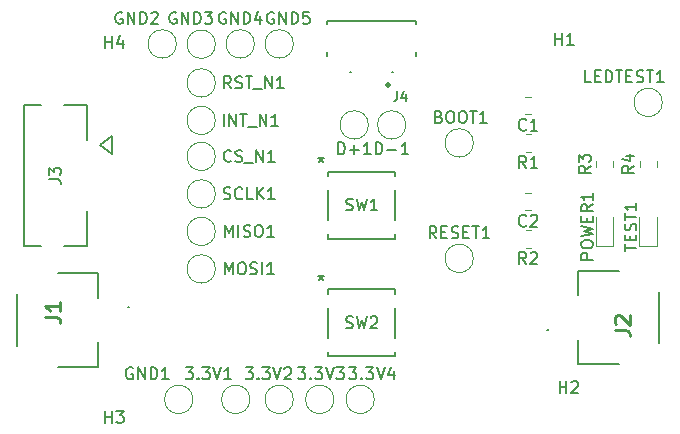
<source format=gto>
%TF.GenerationSoftware,KiCad,Pcbnew,8.0.0*%
%TF.CreationDate,2024-03-04T00:58:34-06:00*%
%TF.ProjectId,MicrocontrollerUnitBoard,4d696372-6f63-46f6-9e74-726f6c6c6572,rev?*%
%TF.SameCoordinates,Original*%
%TF.FileFunction,Legend,Top*%
%TF.FilePolarity,Positive*%
%FSLAX46Y46*%
G04 Gerber Fmt 4.6, Leading zero omitted, Abs format (unit mm)*
G04 Created by KiCad (PCBNEW 8.0.0) date 2024-03-04 00:58:34*
%MOMM*%
%LPD*%
G01*
G04 APERTURE LIST*
%ADD10C,0.150000*%
%ADD11C,0.254000*%
%ADD12C,0.120000*%
%ADD13C,0.200000*%
%ADD14C,0.152400*%
%ADD15C,0.127000*%
%ADD16C,0.300000*%
G04 APERTURE END LIST*
D10*
X123983904Y-82306438D02*
X123888666Y-82258819D01*
X123888666Y-82258819D02*
X123745809Y-82258819D01*
X123745809Y-82258819D02*
X123602952Y-82306438D01*
X123602952Y-82306438D02*
X123507714Y-82401676D01*
X123507714Y-82401676D02*
X123460095Y-82496914D01*
X123460095Y-82496914D02*
X123412476Y-82687390D01*
X123412476Y-82687390D02*
X123412476Y-82830247D01*
X123412476Y-82830247D02*
X123460095Y-83020723D01*
X123460095Y-83020723D02*
X123507714Y-83115961D01*
X123507714Y-83115961D02*
X123602952Y-83211200D01*
X123602952Y-83211200D02*
X123745809Y-83258819D01*
X123745809Y-83258819D02*
X123841047Y-83258819D01*
X123841047Y-83258819D02*
X123983904Y-83211200D01*
X123983904Y-83211200D02*
X124031523Y-83163580D01*
X124031523Y-83163580D02*
X124031523Y-82830247D01*
X124031523Y-82830247D02*
X123841047Y-82830247D01*
X124460095Y-83258819D02*
X124460095Y-82258819D01*
X124460095Y-82258819D02*
X125031523Y-83258819D01*
X125031523Y-83258819D02*
X125031523Y-82258819D01*
X125507714Y-83258819D02*
X125507714Y-82258819D01*
X125507714Y-82258819D02*
X125745809Y-82258819D01*
X125745809Y-82258819D02*
X125888666Y-82306438D01*
X125888666Y-82306438D02*
X125983904Y-82401676D01*
X125983904Y-82401676D02*
X126031523Y-82496914D01*
X126031523Y-82496914D02*
X126079142Y-82687390D01*
X126079142Y-82687390D02*
X126079142Y-82830247D01*
X126079142Y-82830247D02*
X126031523Y-83020723D01*
X126031523Y-83020723D02*
X125983904Y-83115961D01*
X125983904Y-83115961D02*
X125888666Y-83211200D01*
X125888666Y-83211200D02*
X125745809Y-83258819D01*
X125745809Y-83258819D02*
X125507714Y-83258819D01*
X126983904Y-82258819D02*
X126507714Y-82258819D01*
X126507714Y-82258819D02*
X126460095Y-82735009D01*
X126460095Y-82735009D02*
X126507714Y-82687390D01*
X126507714Y-82687390D02*
X126602952Y-82639771D01*
X126602952Y-82639771D02*
X126841047Y-82639771D01*
X126841047Y-82639771D02*
X126936285Y-82687390D01*
X126936285Y-82687390D02*
X126983904Y-82735009D01*
X126983904Y-82735009D02*
X127031523Y-82830247D01*
X127031523Y-82830247D02*
X127031523Y-83068342D01*
X127031523Y-83068342D02*
X126983904Y-83163580D01*
X126983904Y-83163580D02*
X126936285Y-83211200D01*
X126936285Y-83211200D02*
X126841047Y-83258819D01*
X126841047Y-83258819D02*
X126602952Y-83258819D01*
X126602952Y-83258819D02*
X126507714Y-83211200D01*
X126507714Y-83211200D02*
X126460095Y-83163580D01*
X120372428Y-88719819D02*
X120039095Y-88243628D01*
X119801000Y-88719819D02*
X119801000Y-87719819D01*
X119801000Y-87719819D02*
X120181952Y-87719819D01*
X120181952Y-87719819D02*
X120277190Y-87767438D01*
X120277190Y-87767438D02*
X120324809Y-87815057D01*
X120324809Y-87815057D02*
X120372428Y-87910295D01*
X120372428Y-87910295D02*
X120372428Y-88053152D01*
X120372428Y-88053152D02*
X120324809Y-88148390D01*
X120324809Y-88148390D02*
X120277190Y-88196009D01*
X120277190Y-88196009D02*
X120181952Y-88243628D01*
X120181952Y-88243628D02*
X119801000Y-88243628D01*
X120753381Y-88672200D02*
X120896238Y-88719819D01*
X120896238Y-88719819D02*
X121134333Y-88719819D01*
X121134333Y-88719819D02*
X121229571Y-88672200D01*
X121229571Y-88672200D02*
X121277190Y-88624580D01*
X121277190Y-88624580D02*
X121324809Y-88529342D01*
X121324809Y-88529342D02*
X121324809Y-88434104D01*
X121324809Y-88434104D02*
X121277190Y-88338866D01*
X121277190Y-88338866D02*
X121229571Y-88291247D01*
X121229571Y-88291247D02*
X121134333Y-88243628D01*
X121134333Y-88243628D02*
X120943857Y-88196009D01*
X120943857Y-88196009D02*
X120848619Y-88148390D01*
X120848619Y-88148390D02*
X120801000Y-88100771D01*
X120801000Y-88100771D02*
X120753381Y-88005533D01*
X120753381Y-88005533D02*
X120753381Y-87910295D01*
X120753381Y-87910295D02*
X120801000Y-87815057D01*
X120801000Y-87815057D02*
X120848619Y-87767438D01*
X120848619Y-87767438D02*
X120943857Y-87719819D01*
X120943857Y-87719819D02*
X121181952Y-87719819D01*
X121181952Y-87719819D02*
X121324809Y-87767438D01*
X121610524Y-87719819D02*
X122181952Y-87719819D01*
X121896238Y-88719819D02*
X121896238Y-87719819D01*
X122277191Y-88815057D02*
X123039095Y-88815057D01*
X123277191Y-88719819D02*
X123277191Y-87719819D01*
X123277191Y-87719819D02*
X123848619Y-88719819D01*
X123848619Y-88719819D02*
X123848619Y-87719819D01*
X124848619Y-88719819D02*
X124277191Y-88719819D01*
X124562905Y-88719819D02*
X124562905Y-87719819D01*
X124562905Y-87719819D02*
X124467667Y-87862676D01*
X124467667Y-87862676D02*
X124372429Y-87957914D01*
X124372429Y-87957914D02*
X124277191Y-88005533D01*
X119761286Y-91894819D02*
X119761286Y-90894819D01*
X120237476Y-91894819D02*
X120237476Y-90894819D01*
X120237476Y-90894819D02*
X120808904Y-91894819D01*
X120808904Y-91894819D02*
X120808904Y-90894819D01*
X121142238Y-90894819D02*
X121713666Y-90894819D01*
X121427952Y-91894819D02*
X121427952Y-90894819D01*
X121808905Y-91990057D02*
X122570809Y-91990057D01*
X122808905Y-91894819D02*
X122808905Y-90894819D01*
X122808905Y-90894819D02*
X123380333Y-91894819D01*
X123380333Y-91894819D02*
X123380333Y-90894819D01*
X124380333Y-91894819D02*
X123808905Y-91894819D01*
X124094619Y-91894819D02*
X124094619Y-90894819D01*
X124094619Y-90894819D02*
X123999381Y-91037676D01*
X123999381Y-91037676D02*
X123904143Y-91132914D01*
X123904143Y-91132914D02*
X123808905Y-91180533D01*
X112045904Y-112405438D02*
X111950666Y-112357819D01*
X111950666Y-112357819D02*
X111807809Y-112357819D01*
X111807809Y-112357819D02*
X111664952Y-112405438D01*
X111664952Y-112405438D02*
X111569714Y-112500676D01*
X111569714Y-112500676D02*
X111522095Y-112595914D01*
X111522095Y-112595914D02*
X111474476Y-112786390D01*
X111474476Y-112786390D02*
X111474476Y-112929247D01*
X111474476Y-112929247D02*
X111522095Y-113119723D01*
X111522095Y-113119723D02*
X111569714Y-113214961D01*
X111569714Y-113214961D02*
X111664952Y-113310200D01*
X111664952Y-113310200D02*
X111807809Y-113357819D01*
X111807809Y-113357819D02*
X111903047Y-113357819D01*
X111903047Y-113357819D02*
X112045904Y-113310200D01*
X112045904Y-113310200D02*
X112093523Y-113262580D01*
X112093523Y-113262580D02*
X112093523Y-112929247D01*
X112093523Y-112929247D02*
X111903047Y-112929247D01*
X112522095Y-113357819D02*
X112522095Y-112357819D01*
X112522095Y-112357819D02*
X113093523Y-113357819D01*
X113093523Y-113357819D02*
X113093523Y-112357819D01*
X113569714Y-113357819D02*
X113569714Y-112357819D01*
X113569714Y-112357819D02*
X113807809Y-112357819D01*
X113807809Y-112357819D02*
X113950666Y-112405438D01*
X113950666Y-112405438D02*
X114045904Y-112500676D01*
X114045904Y-112500676D02*
X114093523Y-112595914D01*
X114093523Y-112595914D02*
X114141142Y-112786390D01*
X114141142Y-112786390D02*
X114141142Y-112929247D01*
X114141142Y-112929247D02*
X114093523Y-113119723D01*
X114093523Y-113119723D02*
X114045904Y-113214961D01*
X114045904Y-113214961D02*
X113950666Y-113310200D01*
X113950666Y-113310200D02*
X113807809Y-113357819D01*
X113807809Y-113357819D02*
X113569714Y-113357819D01*
X115093523Y-113357819D02*
X114522095Y-113357819D01*
X114807809Y-113357819D02*
X114807809Y-112357819D01*
X114807809Y-112357819D02*
X114712571Y-112500676D01*
X114712571Y-112500676D02*
X114617333Y-112595914D01*
X114617333Y-112595914D02*
X114522095Y-112643533D01*
X116538619Y-112357819D02*
X117157666Y-112357819D01*
X117157666Y-112357819D02*
X116824333Y-112738771D01*
X116824333Y-112738771D02*
X116967190Y-112738771D01*
X116967190Y-112738771D02*
X117062428Y-112786390D01*
X117062428Y-112786390D02*
X117110047Y-112834009D01*
X117110047Y-112834009D02*
X117157666Y-112929247D01*
X117157666Y-112929247D02*
X117157666Y-113167342D01*
X117157666Y-113167342D02*
X117110047Y-113262580D01*
X117110047Y-113262580D02*
X117062428Y-113310200D01*
X117062428Y-113310200D02*
X116967190Y-113357819D01*
X116967190Y-113357819D02*
X116681476Y-113357819D01*
X116681476Y-113357819D02*
X116586238Y-113310200D01*
X116586238Y-113310200D02*
X116538619Y-113262580D01*
X117586238Y-113262580D02*
X117633857Y-113310200D01*
X117633857Y-113310200D02*
X117586238Y-113357819D01*
X117586238Y-113357819D02*
X117538619Y-113310200D01*
X117538619Y-113310200D02*
X117586238Y-113262580D01*
X117586238Y-113262580D02*
X117586238Y-113357819D01*
X117967190Y-112357819D02*
X118586237Y-112357819D01*
X118586237Y-112357819D02*
X118252904Y-112738771D01*
X118252904Y-112738771D02*
X118395761Y-112738771D01*
X118395761Y-112738771D02*
X118490999Y-112786390D01*
X118490999Y-112786390D02*
X118538618Y-112834009D01*
X118538618Y-112834009D02*
X118586237Y-112929247D01*
X118586237Y-112929247D02*
X118586237Y-113167342D01*
X118586237Y-113167342D02*
X118538618Y-113262580D01*
X118538618Y-113262580D02*
X118490999Y-113310200D01*
X118490999Y-113310200D02*
X118395761Y-113357819D01*
X118395761Y-113357819D02*
X118110047Y-113357819D01*
X118110047Y-113357819D02*
X118014809Y-113310200D01*
X118014809Y-113310200D02*
X117967190Y-113262580D01*
X118871952Y-112357819D02*
X119205285Y-113357819D01*
X119205285Y-113357819D02*
X119538618Y-112357819D01*
X120395761Y-113357819D02*
X119824333Y-113357819D01*
X120110047Y-113357819D02*
X120110047Y-112357819D01*
X120110047Y-112357819D02*
X120014809Y-112500676D01*
X120014809Y-112500676D02*
X119919571Y-112595914D01*
X119919571Y-112595914D02*
X119824333Y-112643533D01*
X109728095Y-85290819D02*
X109728095Y-84290819D01*
X109728095Y-84767009D02*
X110299523Y-84767009D01*
X110299523Y-85290819D02*
X110299523Y-84290819D01*
X111204285Y-84624152D02*
X111204285Y-85290819D01*
X110966190Y-84243200D02*
X110728095Y-84957485D01*
X110728095Y-84957485D02*
X111347142Y-84957485D01*
X137771428Y-101419819D02*
X137438095Y-100943628D01*
X137200000Y-101419819D02*
X137200000Y-100419819D01*
X137200000Y-100419819D02*
X137580952Y-100419819D01*
X137580952Y-100419819D02*
X137676190Y-100467438D01*
X137676190Y-100467438D02*
X137723809Y-100515057D01*
X137723809Y-100515057D02*
X137771428Y-100610295D01*
X137771428Y-100610295D02*
X137771428Y-100753152D01*
X137771428Y-100753152D02*
X137723809Y-100848390D01*
X137723809Y-100848390D02*
X137676190Y-100896009D01*
X137676190Y-100896009D02*
X137580952Y-100943628D01*
X137580952Y-100943628D02*
X137200000Y-100943628D01*
X138200000Y-100896009D02*
X138533333Y-100896009D01*
X138676190Y-101419819D02*
X138200000Y-101419819D01*
X138200000Y-101419819D02*
X138200000Y-100419819D01*
X138200000Y-100419819D02*
X138676190Y-100419819D01*
X139057143Y-101372200D02*
X139200000Y-101419819D01*
X139200000Y-101419819D02*
X139438095Y-101419819D01*
X139438095Y-101419819D02*
X139533333Y-101372200D01*
X139533333Y-101372200D02*
X139580952Y-101324580D01*
X139580952Y-101324580D02*
X139628571Y-101229342D01*
X139628571Y-101229342D02*
X139628571Y-101134104D01*
X139628571Y-101134104D02*
X139580952Y-101038866D01*
X139580952Y-101038866D02*
X139533333Y-100991247D01*
X139533333Y-100991247D02*
X139438095Y-100943628D01*
X139438095Y-100943628D02*
X139247619Y-100896009D01*
X139247619Y-100896009D02*
X139152381Y-100848390D01*
X139152381Y-100848390D02*
X139104762Y-100800771D01*
X139104762Y-100800771D02*
X139057143Y-100705533D01*
X139057143Y-100705533D02*
X139057143Y-100610295D01*
X139057143Y-100610295D02*
X139104762Y-100515057D01*
X139104762Y-100515057D02*
X139152381Y-100467438D01*
X139152381Y-100467438D02*
X139247619Y-100419819D01*
X139247619Y-100419819D02*
X139485714Y-100419819D01*
X139485714Y-100419819D02*
X139628571Y-100467438D01*
X140057143Y-100896009D02*
X140390476Y-100896009D01*
X140533333Y-101419819D02*
X140057143Y-101419819D01*
X140057143Y-101419819D02*
X140057143Y-100419819D01*
X140057143Y-100419819D02*
X140533333Y-100419819D01*
X140819048Y-100419819D02*
X141390476Y-100419819D01*
X141104762Y-101419819D02*
X141104762Y-100419819D01*
X142247619Y-101419819D02*
X141676191Y-101419819D01*
X141961905Y-101419819D02*
X141961905Y-100419819D01*
X141961905Y-100419819D02*
X141866667Y-100562676D01*
X141866667Y-100562676D02*
X141771429Y-100657914D01*
X141771429Y-100657914D02*
X141676191Y-100705533D01*
X153704319Y-102505928D02*
X153704319Y-101934500D01*
X154704319Y-102220214D02*
X153704319Y-102220214D01*
X154180509Y-101601166D02*
X154180509Y-101267833D01*
X154704319Y-101124976D02*
X154704319Y-101601166D01*
X154704319Y-101601166D02*
X153704319Y-101601166D01*
X153704319Y-101601166D02*
X153704319Y-101124976D01*
X154656700Y-100744023D02*
X154704319Y-100601166D01*
X154704319Y-100601166D02*
X154704319Y-100363071D01*
X154704319Y-100363071D02*
X154656700Y-100267833D01*
X154656700Y-100267833D02*
X154609080Y-100220214D01*
X154609080Y-100220214D02*
X154513842Y-100172595D01*
X154513842Y-100172595D02*
X154418604Y-100172595D01*
X154418604Y-100172595D02*
X154323366Y-100220214D01*
X154323366Y-100220214D02*
X154275747Y-100267833D01*
X154275747Y-100267833D02*
X154228128Y-100363071D01*
X154228128Y-100363071D02*
X154180509Y-100553547D01*
X154180509Y-100553547D02*
X154132890Y-100648785D01*
X154132890Y-100648785D02*
X154085271Y-100696404D01*
X154085271Y-100696404D02*
X153990033Y-100744023D01*
X153990033Y-100744023D02*
X153894795Y-100744023D01*
X153894795Y-100744023D02*
X153799557Y-100696404D01*
X153799557Y-100696404D02*
X153751938Y-100648785D01*
X153751938Y-100648785D02*
X153704319Y-100553547D01*
X153704319Y-100553547D02*
X153704319Y-100315452D01*
X153704319Y-100315452D02*
X153751938Y-100172595D01*
X153704319Y-99886880D02*
X153704319Y-99315452D01*
X154704319Y-99601166D02*
X153704319Y-99601166D01*
X154704319Y-98458309D02*
X154704319Y-99029737D01*
X154704319Y-98744023D02*
X153704319Y-98744023D01*
X153704319Y-98744023D02*
X153847176Y-98839261D01*
X153847176Y-98839261D02*
X153942414Y-98934499D01*
X153942414Y-98934499D02*
X153990033Y-99029737D01*
D11*
X152869318Y-109210332D02*
X153776461Y-109210332D01*
X153776461Y-109210332D02*
X153957889Y-109270809D01*
X153957889Y-109270809D02*
X154078842Y-109391761D01*
X154078842Y-109391761D02*
X154139318Y-109573190D01*
X154139318Y-109573190D02*
X154139318Y-109694142D01*
X152990270Y-108666047D02*
X152929794Y-108605571D01*
X152929794Y-108605571D02*
X152869318Y-108484618D01*
X152869318Y-108484618D02*
X152869318Y-108182237D01*
X152869318Y-108182237D02*
X152929794Y-108061285D01*
X152929794Y-108061285D02*
X152990270Y-108000809D01*
X152990270Y-108000809D02*
X153111222Y-107940332D01*
X153111222Y-107940332D02*
X153232175Y-107940332D01*
X153232175Y-107940332D02*
X153413603Y-108000809D01*
X153413603Y-108000809D02*
X154139318Y-108726523D01*
X154139318Y-108726523D02*
X154139318Y-107940332D01*
D10*
X115728904Y-82306438D02*
X115633666Y-82258819D01*
X115633666Y-82258819D02*
X115490809Y-82258819D01*
X115490809Y-82258819D02*
X115347952Y-82306438D01*
X115347952Y-82306438D02*
X115252714Y-82401676D01*
X115252714Y-82401676D02*
X115205095Y-82496914D01*
X115205095Y-82496914D02*
X115157476Y-82687390D01*
X115157476Y-82687390D02*
X115157476Y-82830247D01*
X115157476Y-82830247D02*
X115205095Y-83020723D01*
X115205095Y-83020723D02*
X115252714Y-83115961D01*
X115252714Y-83115961D02*
X115347952Y-83211200D01*
X115347952Y-83211200D02*
X115490809Y-83258819D01*
X115490809Y-83258819D02*
X115586047Y-83258819D01*
X115586047Y-83258819D02*
X115728904Y-83211200D01*
X115728904Y-83211200D02*
X115776523Y-83163580D01*
X115776523Y-83163580D02*
X115776523Y-82830247D01*
X115776523Y-82830247D02*
X115586047Y-82830247D01*
X116205095Y-83258819D02*
X116205095Y-82258819D01*
X116205095Y-82258819D02*
X116776523Y-83258819D01*
X116776523Y-83258819D02*
X116776523Y-82258819D01*
X117252714Y-83258819D02*
X117252714Y-82258819D01*
X117252714Y-82258819D02*
X117490809Y-82258819D01*
X117490809Y-82258819D02*
X117633666Y-82306438D01*
X117633666Y-82306438D02*
X117728904Y-82401676D01*
X117728904Y-82401676D02*
X117776523Y-82496914D01*
X117776523Y-82496914D02*
X117824142Y-82687390D01*
X117824142Y-82687390D02*
X117824142Y-82830247D01*
X117824142Y-82830247D02*
X117776523Y-83020723D01*
X117776523Y-83020723D02*
X117728904Y-83115961D01*
X117728904Y-83115961D02*
X117633666Y-83211200D01*
X117633666Y-83211200D02*
X117490809Y-83258819D01*
X117490809Y-83258819D02*
X117252714Y-83258819D01*
X118157476Y-82258819D02*
X118776523Y-82258819D01*
X118776523Y-82258819D02*
X118443190Y-82639771D01*
X118443190Y-82639771D02*
X118586047Y-82639771D01*
X118586047Y-82639771D02*
X118681285Y-82687390D01*
X118681285Y-82687390D02*
X118728904Y-82735009D01*
X118728904Y-82735009D02*
X118776523Y-82830247D01*
X118776523Y-82830247D02*
X118776523Y-83068342D01*
X118776523Y-83068342D02*
X118728904Y-83163580D01*
X118728904Y-83163580D02*
X118681285Y-83211200D01*
X118681285Y-83211200D02*
X118586047Y-83258819D01*
X118586047Y-83258819D02*
X118300333Y-83258819D01*
X118300333Y-83258819D02*
X118205095Y-83211200D01*
X118205095Y-83211200D02*
X118157476Y-83163580D01*
X132627857Y-94307819D02*
X132627857Y-93307819D01*
X132627857Y-93307819D02*
X132865952Y-93307819D01*
X132865952Y-93307819D02*
X133008809Y-93355438D01*
X133008809Y-93355438D02*
X133104047Y-93450676D01*
X133104047Y-93450676D02*
X133151666Y-93545914D01*
X133151666Y-93545914D02*
X133199285Y-93736390D01*
X133199285Y-93736390D02*
X133199285Y-93879247D01*
X133199285Y-93879247D02*
X133151666Y-94069723D01*
X133151666Y-94069723D02*
X133104047Y-94164961D01*
X133104047Y-94164961D02*
X133008809Y-94260200D01*
X133008809Y-94260200D02*
X132865952Y-94307819D01*
X132865952Y-94307819D02*
X132627857Y-94307819D01*
X133627857Y-93926866D02*
X134389762Y-93926866D01*
X135389761Y-94307819D02*
X134818333Y-94307819D01*
X135104047Y-94307819D02*
X135104047Y-93307819D01*
X135104047Y-93307819D02*
X135008809Y-93450676D01*
X135008809Y-93450676D02*
X134913571Y-93545914D01*
X134913571Y-93545914D02*
X134818333Y-93593533D01*
X145375333Y-100337580D02*
X145327714Y-100385200D01*
X145327714Y-100385200D02*
X145184857Y-100432819D01*
X145184857Y-100432819D02*
X145089619Y-100432819D01*
X145089619Y-100432819D02*
X144946762Y-100385200D01*
X144946762Y-100385200D02*
X144851524Y-100289961D01*
X144851524Y-100289961D02*
X144803905Y-100194723D01*
X144803905Y-100194723D02*
X144756286Y-100004247D01*
X144756286Y-100004247D02*
X144756286Y-99861390D01*
X144756286Y-99861390D02*
X144803905Y-99670914D01*
X144803905Y-99670914D02*
X144851524Y-99575676D01*
X144851524Y-99575676D02*
X144946762Y-99480438D01*
X144946762Y-99480438D02*
X145089619Y-99432819D01*
X145089619Y-99432819D02*
X145184857Y-99432819D01*
X145184857Y-99432819D02*
X145327714Y-99480438D01*
X145327714Y-99480438D02*
X145375333Y-99528057D01*
X145756286Y-99528057D02*
X145803905Y-99480438D01*
X145803905Y-99480438D02*
X145899143Y-99432819D01*
X145899143Y-99432819D02*
X146137238Y-99432819D01*
X146137238Y-99432819D02*
X146232476Y-99480438D01*
X146232476Y-99480438D02*
X146280095Y-99528057D01*
X146280095Y-99528057D02*
X146327714Y-99623295D01*
X146327714Y-99623295D02*
X146327714Y-99718533D01*
X146327714Y-99718533D02*
X146280095Y-99861390D01*
X146280095Y-99861390D02*
X145708667Y-100432819D01*
X145708667Y-100432819D02*
X146327714Y-100432819D01*
X119872381Y-104467819D02*
X119872381Y-103467819D01*
X119872381Y-103467819D02*
X120205714Y-104182104D01*
X120205714Y-104182104D02*
X120539047Y-103467819D01*
X120539047Y-103467819D02*
X120539047Y-104467819D01*
X121205714Y-103467819D02*
X121396190Y-103467819D01*
X121396190Y-103467819D02*
X121491428Y-103515438D01*
X121491428Y-103515438D02*
X121586666Y-103610676D01*
X121586666Y-103610676D02*
X121634285Y-103801152D01*
X121634285Y-103801152D02*
X121634285Y-104134485D01*
X121634285Y-104134485D02*
X121586666Y-104324961D01*
X121586666Y-104324961D02*
X121491428Y-104420200D01*
X121491428Y-104420200D02*
X121396190Y-104467819D01*
X121396190Y-104467819D02*
X121205714Y-104467819D01*
X121205714Y-104467819D02*
X121110476Y-104420200D01*
X121110476Y-104420200D02*
X121015238Y-104324961D01*
X121015238Y-104324961D02*
X120967619Y-104134485D01*
X120967619Y-104134485D02*
X120967619Y-103801152D01*
X120967619Y-103801152D02*
X121015238Y-103610676D01*
X121015238Y-103610676D02*
X121110476Y-103515438D01*
X121110476Y-103515438D02*
X121205714Y-103467819D01*
X122015238Y-104420200D02*
X122158095Y-104467819D01*
X122158095Y-104467819D02*
X122396190Y-104467819D01*
X122396190Y-104467819D02*
X122491428Y-104420200D01*
X122491428Y-104420200D02*
X122539047Y-104372580D01*
X122539047Y-104372580D02*
X122586666Y-104277342D01*
X122586666Y-104277342D02*
X122586666Y-104182104D01*
X122586666Y-104182104D02*
X122539047Y-104086866D01*
X122539047Y-104086866D02*
X122491428Y-104039247D01*
X122491428Y-104039247D02*
X122396190Y-103991628D01*
X122396190Y-103991628D02*
X122205714Y-103944009D01*
X122205714Y-103944009D02*
X122110476Y-103896390D01*
X122110476Y-103896390D02*
X122062857Y-103848771D01*
X122062857Y-103848771D02*
X122015238Y-103753533D01*
X122015238Y-103753533D02*
X122015238Y-103658295D01*
X122015238Y-103658295D02*
X122062857Y-103563057D01*
X122062857Y-103563057D02*
X122110476Y-103515438D01*
X122110476Y-103515438D02*
X122205714Y-103467819D01*
X122205714Y-103467819D02*
X122443809Y-103467819D01*
X122443809Y-103467819D02*
X122586666Y-103515438D01*
X123015238Y-104467819D02*
X123015238Y-103467819D01*
X124015237Y-104467819D02*
X123443809Y-104467819D01*
X123729523Y-104467819D02*
X123729523Y-103467819D01*
X123729523Y-103467819D02*
X123634285Y-103610676D01*
X123634285Y-103610676D02*
X123539047Y-103705914D01*
X123539047Y-103705914D02*
X123443809Y-103753533D01*
X104987818Y-96438328D02*
X105702103Y-96438328D01*
X105702103Y-96438328D02*
X105844960Y-96485947D01*
X105844960Y-96485947D02*
X105940199Y-96581185D01*
X105940199Y-96581185D02*
X105987818Y-96724042D01*
X105987818Y-96724042D02*
X105987818Y-96819280D01*
X104987818Y-96057375D02*
X104987818Y-95438328D01*
X104987818Y-95438328D02*
X105368770Y-95771661D01*
X105368770Y-95771661D02*
X105368770Y-95628804D01*
X105368770Y-95628804D02*
X105416389Y-95533566D01*
X105416389Y-95533566D02*
X105464008Y-95485947D01*
X105464008Y-95485947D02*
X105559246Y-95438328D01*
X105559246Y-95438328D02*
X105797341Y-95438328D01*
X105797341Y-95438328D02*
X105892579Y-95485947D01*
X105892579Y-95485947D02*
X105940199Y-95533566D01*
X105940199Y-95533566D02*
X105987818Y-95628804D01*
X105987818Y-95628804D02*
X105987818Y-95914518D01*
X105987818Y-95914518D02*
X105940199Y-96009756D01*
X105940199Y-96009756D02*
X105892579Y-96057375D01*
X145375333Y-95449819D02*
X145042000Y-94973628D01*
X144803905Y-95449819D02*
X144803905Y-94449819D01*
X144803905Y-94449819D02*
X145184857Y-94449819D01*
X145184857Y-94449819D02*
X145280095Y-94497438D01*
X145280095Y-94497438D02*
X145327714Y-94545057D01*
X145327714Y-94545057D02*
X145375333Y-94640295D01*
X145375333Y-94640295D02*
X145375333Y-94783152D01*
X145375333Y-94783152D02*
X145327714Y-94878390D01*
X145327714Y-94878390D02*
X145280095Y-94926009D01*
X145280095Y-94926009D02*
X145184857Y-94973628D01*
X145184857Y-94973628D02*
X144803905Y-94973628D01*
X146327714Y-95449819D02*
X145756286Y-95449819D01*
X146042000Y-95449819D02*
X146042000Y-94449819D01*
X146042000Y-94449819D02*
X145946762Y-94592676D01*
X145946762Y-94592676D02*
X145851524Y-94687914D01*
X145851524Y-94687914D02*
X145756286Y-94735533D01*
X109728095Y-117040819D02*
X109728095Y-116040819D01*
X109728095Y-116517009D02*
X110299523Y-116517009D01*
X110299523Y-117040819D02*
X110299523Y-116040819D01*
X110680476Y-116040819D02*
X111299523Y-116040819D01*
X111299523Y-116040819D02*
X110966190Y-116421771D01*
X110966190Y-116421771D02*
X111109047Y-116421771D01*
X111109047Y-116421771D02*
X111204285Y-116469390D01*
X111204285Y-116469390D02*
X111251904Y-116517009D01*
X111251904Y-116517009D02*
X111299523Y-116612247D01*
X111299523Y-116612247D02*
X111299523Y-116850342D01*
X111299523Y-116850342D02*
X111251904Y-116945580D01*
X111251904Y-116945580D02*
X111204285Y-116993200D01*
X111204285Y-116993200D02*
X111109047Y-117040819D01*
X111109047Y-117040819D02*
X110823333Y-117040819D01*
X110823333Y-117040819D02*
X110728095Y-116993200D01*
X110728095Y-116993200D02*
X110680476Y-116945580D01*
X121618619Y-112357819D02*
X122237666Y-112357819D01*
X122237666Y-112357819D02*
X121904333Y-112738771D01*
X121904333Y-112738771D02*
X122047190Y-112738771D01*
X122047190Y-112738771D02*
X122142428Y-112786390D01*
X122142428Y-112786390D02*
X122190047Y-112834009D01*
X122190047Y-112834009D02*
X122237666Y-112929247D01*
X122237666Y-112929247D02*
X122237666Y-113167342D01*
X122237666Y-113167342D02*
X122190047Y-113262580D01*
X122190047Y-113262580D02*
X122142428Y-113310200D01*
X122142428Y-113310200D02*
X122047190Y-113357819D01*
X122047190Y-113357819D02*
X121761476Y-113357819D01*
X121761476Y-113357819D02*
X121666238Y-113310200D01*
X121666238Y-113310200D02*
X121618619Y-113262580D01*
X122666238Y-113262580D02*
X122713857Y-113310200D01*
X122713857Y-113310200D02*
X122666238Y-113357819D01*
X122666238Y-113357819D02*
X122618619Y-113310200D01*
X122618619Y-113310200D02*
X122666238Y-113262580D01*
X122666238Y-113262580D02*
X122666238Y-113357819D01*
X123047190Y-112357819D02*
X123666237Y-112357819D01*
X123666237Y-112357819D02*
X123332904Y-112738771D01*
X123332904Y-112738771D02*
X123475761Y-112738771D01*
X123475761Y-112738771D02*
X123570999Y-112786390D01*
X123570999Y-112786390D02*
X123618618Y-112834009D01*
X123618618Y-112834009D02*
X123666237Y-112929247D01*
X123666237Y-112929247D02*
X123666237Y-113167342D01*
X123666237Y-113167342D02*
X123618618Y-113262580D01*
X123618618Y-113262580D02*
X123570999Y-113310200D01*
X123570999Y-113310200D02*
X123475761Y-113357819D01*
X123475761Y-113357819D02*
X123190047Y-113357819D01*
X123190047Y-113357819D02*
X123094809Y-113310200D01*
X123094809Y-113310200D02*
X123047190Y-113262580D01*
X123951952Y-112357819D02*
X124285285Y-113357819D01*
X124285285Y-113357819D02*
X124618618Y-112357819D01*
X124904333Y-112453057D02*
X124951952Y-112405438D01*
X124951952Y-112405438D02*
X125047190Y-112357819D01*
X125047190Y-112357819D02*
X125285285Y-112357819D01*
X125285285Y-112357819D02*
X125380523Y-112405438D01*
X125380523Y-112405438D02*
X125428142Y-112453057D01*
X125428142Y-112453057D02*
X125475761Y-112548295D01*
X125475761Y-112548295D02*
X125475761Y-112643533D01*
X125475761Y-112643533D02*
X125428142Y-112786390D01*
X125428142Y-112786390D02*
X124856714Y-113357819D01*
X124856714Y-113357819D02*
X125475761Y-113357819D01*
X120372380Y-94847580D02*
X120324761Y-94895200D01*
X120324761Y-94895200D02*
X120181904Y-94942819D01*
X120181904Y-94942819D02*
X120086666Y-94942819D01*
X120086666Y-94942819D02*
X119943809Y-94895200D01*
X119943809Y-94895200D02*
X119848571Y-94799961D01*
X119848571Y-94799961D02*
X119800952Y-94704723D01*
X119800952Y-94704723D02*
X119753333Y-94514247D01*
X119753333Y-94514247D02*
X119753333Y-94371390D01*
X119753333Y-94371390D02*
X119800952Y-94180914D01*
X119800952Y-94180914D02*
X119848571Y-94085676D01*
X119848571Y-94085676D02*
X119943809Y-93990438D01*
X119943809Y-93990438D02*
X120086666Y-93942819D01*
X120086666Y-93942819D02*
X120181904Y-93942819D01*
X120181904Y-93942819D02*
X120324761Y-93990438D01*
X120324761Y-93990438D02*
X120372380Y-94038057D01*
X120753333Y-94895200D02*
X120896190Y-94942819D01*
X120896190Y-94942819D02*
X121134285Y-94942819D01*
X121134285Y-94942819D02*
X121229523Y-94895200D01*
X121229523Y-94895200D02*
X121277142Y-94847580D01*
X121277142Y-94847580D02*
X121324761Y-94752342D01*
X121324761Y-94752342D02*
X121324761Y-94657104D01*
X121324761Y-94657104D02*
X121277142Y-94561866D01*
X121277142Y-94561866D02*
X121229523Y-94514247D01*
X121229523Y-94514247D02*
X121134285Y-94466628D01*
X121134285Y-94466628D02*
X120943809Y-94419009D01*
X120943809Y-94419009D02*
X120848571Y-94371390D01*
X120848571Y-94371390D02*
X120800952Y-94323771D01*
X120800952Y-94323771D02*
X120753333Y-94228533D01*
X120753333Y-94228533D02*
X120753333Y-94133295D01*
X120753333Y-94133295D02*
X120800952Y-94038057D01*
X120800952Y-94038057D02*
X120848571Y-93990438D01*
X120848571Y-93990438D02*
X120943809Y-93942819D01*
X120943809Y-93942819D02*
X121181904Y-93942819D01*
X121181904Y-93942819D02*
X121324761Y-93990438D01*
X121515238Y-95038057D02*
X122277142Y-95038057D01*
X122515238Y-94942819D02*
X122515238Y-93942819D01*
X122515238Y-93942819D02*
X123086666Y-94942819D01*
X123086666Y-94942819D02*
X123086666Y-93942819D01*
X124086666Y-94942819D02*
X123515238Y-94942819D01*
X123800952Y-94942819D02*
X123800952Y-93942819D01*
X123800952Y-93942819D02*
X123705714Y-94085676D01*
X123705714Y-94085676D02*
X123610476Y-94180914D01*
X123610476Y-94180914D02*
X123515238Y-94228533D01*
X150860475Y-88211819D02*
X150384285Y-88211819D01*
X150384285Y-88211819D02*
X150384285Y-87211819D01*
X151193809Y-87688009D02*
X151527142Y-87688009D01*
X151669999Y-88211819D02*
X151193809Y-88211819D01*
X151193809Y-88211819D02*
X151193809Y-87211819D01*
X151193809Y-87211819D02*
X151669999Y-87211819D01*
X152098571Y-88211819D02*
X152098571Y-87211819D01*
X152098571Y-87211819D02*
X152336666Y-87211819D01*
X152336666Y-87211819D02*
X152479523Y-87259438D01*
X152479523Y-87259438D02*
X152574761Y-87354676D01*
X152574761Y-87354676D02*
X152622380Y-87449914D01*
X152622380Y-87449914D02*
X152669999Y-87640390D01*
X152669999Y-87640390D02*
X152669999Y-87783247D01*
X152669999Y-87783247D02*
X152622380Y-87973723D01*
X152622380Y-87973723D02*
X152574761Y-88068961D01*
X152574761Y-88068961D02*
X152479523Y-88164200D01*
X152479523Y-88164200D02*
X152336666Y-88211819D01*
X152336666Y-88211819D02*
X152098571Y-88211819D01*
X152955714Y-87211819D02*
X153527142Y-87211819D01*
X153241428Y-88211819D02*
X153241428Y-87211819D01*
X153860476Y-87688009D02*
X154193809Y-87688009D01*
X154336666Y-88211819D02*
X153860476Y-88211819D01*
X153860476Y-88211819D02*
X153860476Y-87211819D01*
X153860476Y-87211819D02*
X154336666Y-87211819D01*
X154717619Y-88164200D02*
X154860476Y-88211819D01*
X154860476Y-88211819D02*
X155098571Y-88211819D01*
X155098571Y-88211819D02*
X155193809Y-88164200D01*
X155193809Y-88164200D02*
X155241428Y-88116580D01*
X155241428Y-88116580D02*
X155289047Y-88021342D01*
X155289047Y-88021342D02*
X155289047Y-87926104D01*
X155289047Y-87926104D02*
X155241428Y-87830866D01*
X155241428Y-87830866D02*
X155193809Y-87783247D01*
X155193809Y-87783247D02*
X155098571Y-87735628D01*
X155098571Y-87735628D02*
X154908095Y-87688009D01*
X154908095Y-87688009D02*
X154812857Y-87640390D01*
X154812857Y-87640390D02*
X154765238Y-87592771D01*
X154765238Y-87592771D02*
X154717619Y-87497533D01*
X154717619Y-87497533D02*
X154717619Y-87402295D01*
X154717619Y-87402295D02*
X154765238Y-87307057D01*
X154765238Y-87307057D02*
X154812857Y-87259438D01*
X154812857Y-87259438D02*
X154908095Y-87211819D01*
X154908095Y-87211819D02*
X155146190Y-87211819D01*
X155146190Y-87211819D02*
X155289047Y-87259438D01*
X155574762Y-87211819D02*
X156146190Y-87211819D01*
X155860476Y-88211819D02*
X155860476Y-87211819D01*
X157003333Y-88211819D02*
X156431905Y-88211819D01*
X156717619Y-88211819D02*
X156717619Y-87211819D01*
X156717619Y-87211819D02*
X156622381Y-87354676D01*
X156622381Y-87354676D02*
X156527143Y-87449914D01*
X156527143Y-87449914D02*
X156431905Y-87497533D01*
X150823819Y-95289666D02*
X150347628Y-95622999D01*
X150823819Y-95861094D02*
X149823819Y-95861094D01*
X149823819Y-95861094D02*
X149823819Y-95480142D01*
X149823819Y-95480142D02*
X149871438Y-95384904D01*
X149871438Y-95384904D02*
X149919057Y-95337285D01*
X149919057Y-95337285D02*
X150014295Y-95289666D01*
X150014295Y-95289666D02*
X150157152Y-95289666D01*
X150157152Y-95289666D02*
X150252390Y-95337285D01*
X150252390Y-95337285D02*
X150300009Y-95384904D01*
X150300009Y-95384904D02*
X150347628Y-95480142D01*
X150347628Y-95480142D02*
X150347628Y-95861094D01*
X149823819Y-94956332D02*
X149823819Y-94337285D01*
X149823819Y-94337285D02*
X150204771Y-94670618D01*
X150204771Y-94670618D02*
X150204771Y-94527761D01*
X150204771Y-94527761D02*
X150252390Y-94432523D01*
X150252390Y-94432523D02*
X150300009Y-94384904D01*
X150300009Y-94384904D02*
X150395247Y-94337285D01*
X150395247Y-94337285D02*
X150633342Y-94337285D01*
X150633342Y-94337285D02*
X150728580Y-94384904D01*
X150728580Y-94384904D02*
X150776200Y-94432523D01*
X150776200Y-94432523D02*
X150823819Y-94527761D01*
X150823819Y-94527761D02*
X150823819Y-94813475D01*
X150823819Y-94813475D02*
X150776200Y-94908713D01*
X150776200Y-94908713D02*
X150728580Y-94956332D01*
X119753333Y-98070200D02*
X119896190Y-98117819D01*
X119896190Y-98117819D02*
X120134285Y-98117819D01*
X120134285Y-98117819D02*
X120229523Y-98070200D01*
X120229523Y-98070200D02*
X120277142Y-98022580D01*
X120277142Y-98022580D02*
X120324761Y-97927342D01*
X120324761Y-97927342D02*
X120324761Y-97832104D01*
X120324761Y-97832104D02*
X120277142Y-97736866D01*
X120277142Y-97736866D02*
X120229523Y-97689247D01*
X120229523Y-97689247D02*
X120134285Y-97641628D01*
X120134285Y-97641628D02*
X119943809Y-97594009D01*
X119943809Y-97594009D02*
X119848571Y-97546390D01*
X119848571Y-97546390D02*
X119800952Y-97498771D01*
X119800952Y-97498771D02*
X119753333Y-97403533D01*
X119753333Y-97403533D02*
X119753333Y-97308295D01*
X119753333Y-97308295D02*
X119800952Y-97213057D01*
X119800952Y-97213057D02*
X119848571Y-97165438D01*
X119848571Y-97165438D02*
X119943809Y-97117819D01*
X119943809Y-97117819D02*
X120181904Y-97117819D01*
X120181904Y-97117819D02*
X120324761Y-97165438D01*
X121324761Y-98022580D02*
X121277142Y-98070200D01*
X121277142Y-98070200D02*
X121134285Y-98117819D01*
X121134285Y-98117819D02*
X121039047Y-98117819D01*
X121039047Y-98117819D02*
X120896190Y-98070200D01*
X120896190Y-98070200D02*
X120800952Y-97974961D01*
X120800952Y-97974961D02*
X120753333Y-97879723D01*
X120753333Y-97879723D02*
X120705714Y-97689247D01*
X120705714Y-97689247D02*
X120705714Y-97546390D01*
X120705714Y-97546390D02*
X120753333Y-97355914D01*
X120753333Y-97355914D02*
X120800952Y-97260676D01*
X120800952Y-97260676D02*
X120896190Y-97165438D01*
X120896190Y-97165438D02*
X121039047Y-97117819D01*
X121039047Y-97117819D02*
X121134285Y-97117819D01*
X121134285Y-97117819D02*
X121277142Y-97165438D01*
X121277142Y-97165438D02*
X121324761Y-97213057D01*
X122229523Y-98117819D02*
X121753333Y-98117819D01*
X121753333Y-98117819D02*
X121753333Y-97117819D01*
X122562857Y-98117819D02*
X122562857Y-97117819D01*
X123134285Y-98117819D02*
X122705714Y-97546390D01*
X123134285Y-97117819D02*
X122562857Y-97689247D01*
X124086666Y-98117819D02*
X123515238Y-98117819D01*
X123800952Y-98117819D02*
X123800952Y-97117819D01*
X123800952Y-97117819D02*
X123705714Y-97260676D01*
X123705714Y-97260676D02*
X123610476Y-97355914D01*
X123610476Y-97355914D02*
X123515238Y-97403533D01*
X130117016Y-108992200D02*
X130259873Y-109039819D01*
X130259873Y-109039819D02*
X130497968Y-109039819D01*
X130497968Y-109039819D02*
X130593206Y-108992200D01*
X130593206Y-108992200D02*
X130640825Y-108944580D01*
X130640825Y-108944580D02*
X130688444Y-108849342D01*
X130688444Y-108849342D02*
X130688444Y-108754104D01*
X130688444Y-108754104D02*
X130640825Y-108658866D01*
X130640825Y-108658866D02*
X130593206Y-108611247D01*
X130593206Y-108611247D02*
X130497968Y-108563628D01*
X130497968Y-108563628D02*
X130307492Y-108516009D01*
X130307492Y-108516009D02*
X130212254Y-108468390D01*
X130212254Y-108468390D02*
X130164635Y-108420771D01*
X130164635Y-108420771D02*
X130117016Y-108325533D01*
X130117016Y-108325533D02*
X130117016Y-108230295D01*
X130117016Y-108230295D02*
X130164635Y-108135057D01*
X130164635Y-108135057D02*
X130212254Y-108087438D01*
X130212254Y-108087438D02*
X130307492Y-108039819D01*
X130307492Y-108039819D02*
X130545587Y-108039819D01*
X130545587Y-108039819D02*
X130688444Y-108087438D01*
X131021778Y-108039819D02*
X131259873Y-109039819D01*
X131259873Y-109039819D02*
X131450349Y-108325533D01*
X131450349Y-108325533D02*
X131640825Y-109039819D01*
X131640825Y-109039819D02*
X131878921Y-108039819D01*
X132212254Y-108135057D02*
X132259873Y-108087438D01*
X132259873Y-108087438D02*
X132355111Y-108039819D01*
X132355111Y-108039819D02*
X132593206Y-108039819D01*
X132593206Y-108039819D02*
X132688444Y-108087438D01*
X132688444Y-108087438D02*
X132736063Y-108135057D01*
X132736063Y-108135057D02*
X132783682Y-108230295D01*
X132783682Y-108230295D02*
X132783682Y-108325533D01*
X132783682Y-108325533D02*
X132736063Y-108468390D01*
X132736063Y-108468390D02*
X132164635Y-109039819D01*
X132164635Y-109039819D02*
X132783682Y-109039819D01*
X128016000Y-104488019D02*
X128016000Y-104726114D01*
X127777905Y-104630876D02*
X128016000Y-104726114D01*
X128016000Y-104726114D02*
X128254095Y-104630876D01*
X127873143Y-104916590D02*
X128016000Y-104726114D01*
X128016000Y-104726114D02*
X128158857Y-104916590D01*
X145375333Y-103577819D02*
X145042000Y-103101628D01*
X144803905Y-103577819D02*
X144803905Y-102577819D01*
X144803905Y-102577819D02*
X145184857Y-102577819D01*
X145184857Y-102577819D02*
X145280095Y-102625438D01*
X145280095Y-102625438D02*
X145327714Y-102673057D01*
X145327714Y-102673057D02*
X145375333Y-102768295D01*
X145375333Y-102768295D02*
X145375333Y-102911152D01*
X145375333Y-102911152D02*
X145327714Y-103006390D01*
X145327714Y-103006390D02*
X145280095Y-103054009D01*
X145280095Y-103054009D02*
X145184857Y-103101628D01*
X145184857Y-103101628D02*
X144803905Y-103101628D01*
X145756286Y-102673057D02*
X145803905Y-102625438D01*
X145803905Y-102625438D02*
X145899143Y-102577819D01*
X145899143Y-102577819D02*
X146137238Y-102577819D01*
X146137238Y-102577819D02*
X146232476Y-102625438D01*
X146232476Y-102625438D02*
X146280095Y-102673057D01*
X146280095Y-102673057D02*
X146327714Y-102768295D01*
X146327714Y-102768295D02*
X146327714Y-102863533D01*
X146327714Y-102863533D02*
X146280095Y-103006390D01*
X146280095Y-103006390D02*
X145708667Y-103577819D01*
X145708667Y-103577819D02*
X146327714Y-103577819D01*
D11*
X104654318Y-108102332D02*
X105561461Y-108102332D01*
X105561461Y-108102332D02*
X105742889Y-108162809D01*
X105742889Y-108162809D02*
X105863842Y-108283761D01*
X105863842Y-108283761D02*
X105924318Y-108465190D01*
X105924318Y-108465190D02*
X105924318Y-108586142D01*
X105924318Y-106832332D02*
X105924318Y-107558047D01*
X105924318Y-107195190D02*
X104654318Y-107195190D01*
X104654318Y-107195190D02*
X104835746Y-107316142D01*
X104835746Y-107316142D02*
X104956699Y-107437094D01*
X104956699Y-107437094D02*
X105017175Y-107558047D01*
D10*
X130381619Y-112357819D02*
X131000666Y-112357819D01*
X131000666Y-112357819D02*
X130667333Y-112738771D01*
X130667333Y-112738771D02*
X130810190Y-112738771D01*
X130810190Y-112738771D02*
X130905428Y-112786390D01*
X130905428Y-112786390D02*
X130953047Y-112834009D01*
X130953047Y-112834009D02*
X131000666Y-112929247D01*
X131000666Y-112929247D02*
X131000666Y-113167342D01*
X131000666Y-113167342D02*
X130953047Y-113262580D01*
X130953047Y-113262580D02*
X130905428Y-113310200D01*
X130905428Y-113310200D02*
X130810190Y-113357819D01*
X130810190Y-113357819D02*
X130524476Y-113357819D01*
X130524476Y-113357819D02*
X130429238Y-113310200D01*
X130429238Y-113310200D02*
X130381619Y-113262580D01*
X131429238Y-113262580D02*
X131476857Y-113310200D01*
X131476857Y-113310200D02*
X131429238Y-113357819D01*
X131429238Y-113357819D02*
X131381619Y-113310200D01*
X131381619Y-113310200D02*
X131429238Y-113262580D01*
X131429238Y-113262580D02*
X131429238Y-113357819D01*
X131810190Y-112357819D02*
X132429237Y-112357819D01*
X132429237Y-112357819D02*
X132095904Y-112738771D01*
X132095904Y-112738771D02*
X132238761Y-112738771D01*
X132238761Y-112738771D02*
X132333999Y-112786390D01*
X132333999Y-112786390D02*
X132381618Y-112834009D01*
X132381618Y-112834009D02*
X132429237Y-112929247D01*
X132429237Y-112929247D02*
X132429237Y-113167342D01*
X132429237Y-113167342D02*
X132381618Y-113262580D01*
X132381618Y-113262580D02*
X132333999Y-113310200D01*
X132333999Y-113310200D02*
X132238761Y-113357819D01*
X132238761Y-113357819D02*
X131953047Y-113357819D01*
X131953047Y-113357819D02*
X131857809Y-113310200D01*
X131857809Y-113310200D02*
X131810190Y-113262580D01*
X132714952Y-112357819D02*
X133048285Y-113357819D01*
X133048285Y-113357819D02*
X133381618Y-112357819D01*
X134143523Y-112691152D02*
X134143523Y-113357819D01*
X133905428Y-112310200D02*
X133667333Y-113024485D01*
X133667333Y-113024485D02*
X134286380Y-113024485D01*
X147828095Y-85036819D02*
X147828095Y-84036819D01*
X147828095Y-84513009D02*
X148399523Y-84513009D01*
X148399523Y-85036819D02*
X148399523Y-84036819D01*
X149399523Y-85036819D02*
X148828095Y-85036819D01*
X149113809Y-85036819D02*
X149113809Y-84036819D01*
X149113809Y-84036819D02*
X149018571Y-84179676D01*
X149018571Y-84179676D02*
X148923333Y-84274914D01*
X148923333Y-84274914D02*
X148828095Y-84322533D01*
X129452857Y-94307819D02*
X129452857Y-93307819D01*
X129452857Y-93307819D02*
X129690952Y-93307819D01*
X129690952Y-93307819D02*
X129833809Y-93355438D01*
X129833809Y-93355438D02*
X129929047Y-93450676D01*
X129929047Y-93450676D02*
X129976666Y-93545914D01*
X129976666Y-93545914D02*
X130024285Y-93736390D01*
X130024285Y-93736390D02*
X130024285Y-93879247D01*
X130024285Y-93879247D02*
X129976666Y-94069723D01*
X129976666Y-94069723D02*
X129929047Y-94164961D01*
X129929047Y-94164961D02*
X129833809Y-94260200D01*
X129833809Y-94260200D02*
X129690952Y-94307819D01*
X129690952Y-94307819D02*
X129452857Y-94307819D01*
X130452857Y-93926866D02*
X131214762Y-93926866D01*
X130833809Y-94307819D02*
X130833809Y-93545914D01*
X132214761Y-94307819D02*
X131643333Y-94307819D01*
X131929047Y-94307819D02*
X131929047Y-93307819D01*
X131929047Y-93307819D02*
X131833809Y-93450676D01*
X131833809Y-93450676D02*
X131738571Y-93545914D01*
X131738571Y-93545914D02*
X131643333Y-93593533D01*
X154506819Y-95289666D02*
X154030628Y-95622999D01*
X154506819Y-95861094D02*
X153506819Y-95861094D01*
X153506819Y-95861094D02*
X153506819Y-95480142D01*
X153506819Y-95480142D02*
X153554438Y-95384904D01*
X153554438Y-95384904D02*
X153602057Y-95337285D01*
X153602057Y-95337285D02*
X153697295Y-95289666D01*
X153697295Y-95289666D02*
X153840152Y-95289666D01*
X153840152Y-95289666D02*
X153935390Y-95337285D01*
X153935390Y-95337285D02*
X153983009Y-95384904D01*
X153983009Y-95384904D02*
X154030628Y-95480142D01*
X154030628Y-95480142D02*
X154030628Y-95861094D01*
X153840152Y-94432523D02*
X154506819Y-94432523D01*
X153459200Y-94670618D02*
X154173485Y-94908713D01*
X154173485Y-94908713D02*
X154173485Y-94289666D01*
X111156904Y-82306438D02*
X111061666Y-82258819D01*
X111061666Y-82258819D02*
X110918809Y-82258819D01*
X110918809Y-82258819D02*
X110775952Y-82306438D01*
X110775952Y-82306438D02*
X110680714Y-82401676D01*
X110680714Y-82401676D02*
X110633095Y-82496914D01*
X110633095Y-82496914D02*
X110585476Y-82687390D01*
X110585476Y-82687390D02*
X110585476Y-82830247D01*
X110585476Y-82830247D02*
X110633095Y-83020723D01*
X110633095Y-83020723D02*
X110680714Y-83115961D01*
X110680714Y-83115961D02*
X110775952Y-83211200D01*
X110775952Y-83211200D02*
X110918809Y-83258819D01*
X110918809Y-83258819D02*
X111014047Y-83258819D01*
X111014047Y-83258819D02*
X111156904Y-83211200D01*
X111156904Y-83211200D02*
X111204523Y-83163580D01*
X111204523Y-83163580D02*
X111204523Y-82830247D01*
X111204523Y-82830247D02*
X111014047Y-82830247D01*
X111633095Y-83258819D02*
X111633095Y-82258819D01*
X111633095Y-82258819D02*
X112204523Y-83258819D01*
X112204523Y-83258819D02*
X112204523Y-82258819D01*
X112680714Y-83258819D02*
X112680714Y-82258819D01*
X112680714Y-82258819D02*
X112918809Y-82258819D01*
X112918809Y-82258819D02*
X113061666Y-82306438D01*
X113061666Y-82306438D02*
X113156904Y-82401676D01*
X113156904Y-82401676D02*
X113204523Y-82496914D01*
X113204523Y-82496914D02*
X113252142Y-82687390D01*
X113252142Y-82687390D02*
X113252142Y-82830247D01*
X113252142Y-82830247D02*
X113204523Y-83020723D01*
X113204523Y-83020723D02*
X113156904Y-83115961D01*
X113156904Y-83115961D02*
X113061666Y-83211200D01*
X113061666Y-83211200D02*
X112918809Y-83258819D01*
X112918809Y-83258819D02*
X112680714Y-83258819D01*
X113633095Y-82354057D02*
X113680714Y-82306438D01*
X113680714Y-82306438D02*
X113775952Y-82258819D01*
X113775952Y-82258819D02*
X114014047Y-82258819D01*
X114014047Y-82258819D02*
X114109285Y-82306438D01*
X114109285Y-82306438D02*
X114156904Y-82354057D01*
X114156904Y-82354057D02*
X114204523Y-82449295D01*
X114204523Y-82449295D02*
X114204523Y-82544533D01*
X114204523Y-82544533D02*
X114156904Y-82687390D01*
X114156904Y-82687390D02*
X113585476Y-83258819D01*
X113585476Y-83258819D02*
X114204523Y-83258819D01*
X119919904Y-82306438D02*
X119824666Y-82258819D01*
X119824666Y-82258819D02*
X119681809Y-82258819D01*
X119681809Y-82258819D02*
X119538952Y-82306438D01*
X119538952Y-82306438D02*
X119443714Y-82401676D01*
X119443714Y-82401676D02*
X119396095Y-82496914D01*
X119396095Y-82496914D02*
X119348476Y-82687390D01*
X119348476Y-82687390D02*
X119348476Y-82830247D01*
X119348476Y-82830247D02*
X119396095Y-83020723D01*
X119396095Y-83020723D02*
X119443714Y-83115961D01*
X119443714Y-83115961D02*
X119538952Y-83211200D01*
X119538952Y-83211200D02*
X119681809Y-83258819D01*
X119681809Y-83258819D02*
X119777047Y-83258819D01*
X119777047Y-83258819D02*
X119919904Y-83211200D01*
X119919904Y-83211200D02*
X119967523Y-83163580D01*
X119967523Y-83163580D02*
X119967523Y-82830247D01*
X119967523Y-82830247D02*
X119777047Y-82830247D01*
X120396095Y-83258819D02*
X120396095Y-82258819D01*
X120396095Y-82258819D02*
X120967523Y-83258819D01*
X120967523Y-83258819D02*
X120967523Y-82258819D01*
X121443714Y-83258819D02*
X121443714Y-82258819D01*
X121443714Y-82258819D02*
X121681809Y-82258819D01*
X121681809Y-82258819D02*
X121824666Y-82306438D01*
X121824666Y-82306438D02*
X121919904Y-82401676D01*
X121919904Y-82401676D02*
X121967523Y-82496914D01*
X121967523Y-82496914D02*
X122015142Y-82687390D01*
X122015142Y-82687390D02*
X122015142Y-82830247D01*
X122015142Y-82830247D02*
X121967523Y-83020723D01*
X121967523Y-83020723D02*
X121919904Y-83115961D01*
X121919904Y-83115961D02*
X121824666Y-83211200D01*
X121824666Y-83211200D02*
X121681809Y-83258819D01*
X121681809Y-83258819D02*
X121443714Y-83258819D01*
X122872285Y-82592152D02*
X122872285Y-83258819D01*
X122634190Y-82211200D02*
X122396095Y-82925485D01*
X122396095Y-82925485D02*
X123015142Y-82925485D01*
X148209095Y-114500819D02*
X148209095Y-113500819D01*
X148209095Y-113977009D02*
X148780523Y-113977009D01*
X148780523Y-114500819D02*
X148780523Y-113500819D01*
X149209095Y-113596057D02*
X149256714Y-113548438D01*
X149256714Y-113548438D02*
X149351952Y-113500819D01*
X149351952Y-113500819D02*
X149590047Y-113500819D01*
X149590047Y-113500819D02*
X149685285Y-113548438D01*
X149685285Y-113548438D02*
X149732904Y-113596057D01*
X149732904Y-113596057D02*
X149780523Y-113691295D01*
X149780523Y-113691295D02*
X149780523Y-113786533D01*
X149780523Y-113786533D02*
X149732904Y-113929390D01*
X149732904Y-113929390D02*
X149161476Y-114500819D01*
X149161476Y-114500819D02*
X149780523Y-114500819D01*
X134467587Y-88970282D02*
X134467587Y-89541794D01*
X134467587Y-89541794D02*
X134430091Y-89656097D01*
X134430091Y-89656097D02*
X134355099Y-89732299D01*
X134355099Y-89732299D02*
X134242611Y-89770399D01*
X134242611Y-89770399D02*
X134167619Y-89770399D01*
X135180012Y-89236988D02*
X135180012Y-89770399D01*
X134992532Y-88932182D02*
X134805052Y-89503694D01*
X134805052Y-89503694D02*
X135292500Y-89503694D01*
X137993666Y-91117009D02*
X138136523Y-91164628D01*
X138136523Y-91164628D02*
X138184142Y-91212247D01*
X138184142Y-91212247D02*
X138231761Y-91307485D01*
X138231761Y-91307485D02*
X138231761Y-91450342D01*
X138231761Y-91450342D02*
X138184142Y-91545580D01*
X138184142Y-91545580D02*
X138136523Y-91593200D01*
X138136523Y-91593200D02*
X138041285Y-91640819D01*
X138041285Y-91640819D02*
X137660333Y-91640819D01*
X137660333Y-91640819D02*
X137660333Y-90640819D01*
X137660333Y-90640819D02*
X137993666Y-90640819D01*
X137993666Y-90640819D02*
X138088904Y-90688438D01*
X138088904Y-90688438D02*
X138136523Y-90736057D01*
X138136523Y-90736057D02*
X138184142Y-90831295D01*
X138184142Y-90831295D02*
X138184142Y-90926533D01*
X138184142Y-90926533D02*
X138136523Y-91021771D01*
X138136523Y-91021771D02*
X138088904Y-91069390D01*
X138088904Y-91069390D02*
X137993666Y-91117009D01*
X137993666Y-91117009D02*
X137660333Y-91117009D01*
X138850809Y-90640819D02*
X139041285Y-90640819D01*
X139041285Y-90640819D02*
X139136523Y-90688438D01*
X139136523Y-90688438D02*
X139231761Y-90783676D01*
X139231761Y-90783676D02*
X139279380Y-90974152D01*
X139279380Y-90974152D02*
X139279380Y-91307485D01*
X139279380Y-91307485D02*
X139231761Y-91497961D01*
X139231761Y-91497961D02*
X139136523Y-91593200D01*
X139136523Y-91593200D02*
X139041285Y-91640819D01*
X139041285Y-91640819D02*
X138850809Y-91640819D01*
X138850809Y-91640819D02*
X138755571Y-91593200D01*
X138755571Y-91593200D02*
X138660333Y-91497961D01*
X138660333Y-91497961D02*
X138612714Y-91307485D01*
X138612714Y-91307485D02*
X138612714Y-90974152D01*
X138612714Y-90974152D02*
X138660333Y-90783676D01*
X138660333Y-90783676D02*
X138755571Y-90688438D01*
X138755571Y-90688438D02*
X138850809Y-90640819D01*
X139898428Y-90640819D02*
X140088904Y-90640819D01*
X140088904Y-90640819D02*
X140184142Y-90688438D01*
X140184142Y-90688438D02*
X140279380Y-90783676D01*
X140279380Y-90783676D02*
X140326999Y-90974152D01*
X140326999Y-90974152D02*
X140326999Y-91307485D01*
X140326999Y-91307485D02*
X140279380Y-91497961D01*
X140279380Y-91497961D02*
X140184142Y-91593200D01*
X140184142Y-91593200D02*
X140088904Y-91640819D01*
X140088904Y-91640819D02*
X139898428Y-91640819D01*
X139898428Y-91640819D02*
X139803190Y-91593200D01*
X139803190Y-91593200D02*
X139707952Y-91497961D01*
X139707952Y-91497961D02*
X139660333Y-91307485D01*
X139660333Y-91307485D02*
X139660333Y-90974152D01*
X139660333Y-90974152D02*
X139707952Y-90783676D01*
X139707952Y-90783676D02*
X139803190Y-90688438D01*
X139803190Y-90688438D02*
X139898428Y-90640819D01*
X140612714Y-90640819D02*
X141184142Y-90640819D01*
X140898428Y-91640819D02*
X140898428Y-90640819D01*
X142041285Y-91640819D02*
X141469857Y-91640819D01*
X141755571Y-91640819D02*
X141755571Y-90640819D01*
X141755571Y-90640819D02*
X141660333Y-90783676D01*
X141660333Y-90783676D02*
X141565095Y-90878914D01*
X141565095Y-90878914D02*
X141469857Y-90926533D01*
X145375333Y-92209580D02*
X145327714Y-92257200D01*
X145327714Y-92257200D02*
X145184857Y-92304819D01*
X145184857Y-92304819D02*
X145089619Y-92304819D01*
X145089619Y-92304819D02*
X144946762Y-92257200D01*
X144946762Y-92257200D02*
X144851524Y-92161961D01*
X144851524Y-92161961D02*
X144803905Y-92066723D01*
X144803905Y-92066723D02*
X144756286Y-91876247D01*
X144756286Y-91876247D02*
X144756286Y-91733390D01*
X144756286Y-91733390D02*
X144803905Y-91542914D01*
X144803905Y-91542914D02*
X144851524Y-91447676D01*
X144851524Y-91447676D02*
X144946762Y-91352438D01*
X144946762Y-91352438D02*
X145089619Y-91304819D01*
X145089619Y-91304819D02*
X145184857Y-91304819D01*
X145184857Y-91304819D02*
X145327714Y-91352438D01*
X145327714Y-91352438D02*
X145375333Y-91400057D01*
X146327714Y-92304819D02*
X145756286Y-92304819D01*
X146042000Y-92304819D02*
X146042000Y-91304819D01*
X146042000Y-91304819D02*
X145946762Y-91447676D01*
X145946762Y-91447676D02*
X145851524Y-91542914D01*
X145851524Y-91542914D02*
X145756286Y-91590533D01*
X119872381Y-101292819D02*
X119872381Y-100292819D01*
X119872381Y-100292819D02*
X120205714Y-101007104D01*
X120205714Y-101007104D02*
X120539047Y-100292819D01*
X120539047Y-100292819D02*
X120539047Y-101292819D01*
X121015238Y-101292819D02*
X121015238Y-100292819D01*
X121443809Y-101245200D02*
X121586666Y-101292819D01*
X121586666Y-101292819D02*
X121824761Y-101292819D01*
X121824761Y-101292819D02*
X121919999Y-101245200D01*
X121919999Y-101245200D02*
X121967618Y-101197580D01*
X121967618Y-101197580D02*
X122015237Y-101102342D01*
X122015237Y-101102342D02*
X122015237Y-101007104D01*
X122015237Y-101007104D02*
X121967618Y-100911866D01*
X121967618Y-100911866D02*
X121919999Y-100864247D01*
X121919999Y-100864247D02*
X121824761Y-100816628D01*
X121824761Y-100816628D02*
X121634285Y-100769009D01*
X121634285Y-100769009D02*
X121539047Y-100721390D01*
X121539047Y-100721390D02*
X121491428Y-100673771D01*
X121491428Y-100673771D02*
X121443809Y-100578533D01*
X121443809Y-100578533D02*
X121443809Y-100483295D01*
X121443809Y-100483295D02*
X121491428Y-100388057D01*
X121491428Y-100388057D02*
X121539047Y-100340438D01*
X121539047Y-100340438D02*
X121634285Y-100292819D01*
X121634285Y-100292819D02*
X121872380Y-100292819D01*
X121872380Y-100292819D02*
X122015237Y-100340438D01*
X122634285Y-100292819D02*
X122824761Y-100292819D01*
X122824761Y-100292819D02*
X122919999Y-100340438D01*
X122919999Y-100340438D02*
X123015237Y-100435676D01*
X123015237Y-100435676D02*
X123062856Y-100626152D01*
X123062856Y-100626152D02*
X123062856Y-100959485D01*
X123062856Y-100959485D02*
X123015237Y-101149961D01*
X123015237Y-101149961D02*
X122919999Y-101245200D01*
X122919999Y-101245200D02*
X122824761Y-101292819D01*
X122824761Y-101292819D02*
X122634285Y-101292819D01*
X122634285Y-101292819D02*
X122539047Y-101245200D01*
X122539047Y-101245200D02*
X122443809Y-101149961D01*
X122443809Y-101149961D02*
X122396190Y-100959485D01*
X122396190Y-100959485D02*
X122396190Y-100626152D01*
X122396190Y-100626152D02*
X122443809Y-100435676D01*
X122443809Y-100435676D02*
X122539047Y-100340438D01*
X122539047Y-100340438D02*
X122634285Y-100292819D01*
X124015237Y-101292819D02*
X123443809Y-101292819D01*
X123729523Y-101292819D02*
X123729523Y-100292819D01*
X123729523Y-100292819D02*
X123634285Y-100435676D01*
X123634285Y-100435676D02*
X123539047Y-100530914D01*
X123539047Y-100530914D02*
X123443809Y-100578533D01*
X130117016Y-99014201D02*
X130259873Y-99061820D01*
X130259873Y-99061820D02*
X130497968Y-99061820D01*
X130497968Y-99061820D02*
X130593206Y-99014201D01*
X130593206Y-99014201D02*
X130640825Y-98966581D01*
X130640825Y-98966581D02*
X130688444Y-98871343D01*
X130688444Y-98871343D02*
X130688444Y-98776105D01*
X130688444Y-98776105D02*
X130640825Y-98680867D01*
X130640825Y-98680867D02*
X130593206Y-98633248D01*
X130593206Y-98633248D02*
X130497968Y-98585629D01*
X130497968Y-98585629D02*
X130307492Y-98538010D01*
X130307492Y-98538010D02*
X130212254Y-98490391D01*
X130212254Y-98490391D02*
X130164635Y-98442772D01*
X130164635Y-98442772D02*
X130117016Y-98347534D01*
X130117016Y-98347534D02*
X130117016Y-98252296D01*
X130117016Y-98252296D02*
X130164635Y-98157058D01*
X130164635Y-98157058D02*
X130212254Y-98109439D01*
X130212254Y-98109439D02*
X130307492Y-98061820D01*
X130307492Y-98061820D02*
X130545587Y-98061820D01*
X130545587Y-98061820D02*
X130688444Y-98109439D01*
X131021778Y-98061820D02*
X131259873Y-99061820D01*
X131259873Y-99061820D02*
X131450349Y-98347534D01*
X131450349Y-98347534D02*
X131640825Y-99061820D01*
X131640825Y-99061820D02*
X131878921Y-98061820D01*
X132783682Y-99061820D02*
X132212254Y-99061820D01*
X132497968Y-99061820D02*
X132497968Y-98061820D01*
X132497968Y-98061820D02*
X132402730Y-98204677D01*
X132402730Y-98204677D02*
X132307492Y-98299915D01*
X132307492Y-98299915D02*
X132212254Y-98347534D01*
X128016000Y-94510020D02*
X128016000Y-94748115D01*
X127777905Y-94652877D02*
X128016000Y-94748115D01*
X128016000Y-94748115D02*
X128254095Y-94652877D01*
X127873143Y-94938591D02*
X128016000Y-94748115D01*
X128016000Y-94748115D02*
X128158857Y-94938591D01*
X126063619Y-112357819D02*
X126682666Y-112357819D01*
X126682666Y-112357819D02*
X126349333Y-112738771D01*
X126349333Y-112738771D02*
X126492190Y-112738771D01*
X126492190Y-112738771D02*
X126587428Y-112786390D01*
X126587428Y-112786390D02*
X126635047Y-112834009D01*
X126635047Y-112834009D02*
X126682666Y-112929247D01*
X126682666Y-112929247D02*
X126682666Y-113167342D01*
X126682666Y-113167342D02*
X126635047Y-113262580D01*
X126635047Y-113262580D02*
X126587428Y-113310200D01*
X126587428Y-113310200D02*
X126492190Y-113357819D01*
X126492190Y-113357819D02*
X126206476Y-113357819D01*
X126206476Y-113357819D02*
X126111238Y-113310200D01*
X126111238Y-113310200D02*
X126063619Y-113262580D01*
X127111238Y-113262580D02*
X127158857Y-113310200D01*
X127158857Y-113310200D02*
X127111238Y-113357819D01*
X127111238Y-113357819D02*
X127063619Y-113310200D01*
X127063619Y-113310200D02*
X127111238Y-113262580D01*
X127111238Y-113262580D02*
X127111238Y-113357819D01*
X127492190Y-112357819D02*
X128111237Y-112357819D01*
X128111237Y-112357819D02*
X127777904Y-112738771D01*
X127777904Y-112738771D02*
X127920761Y-112738771D01*
X127920761Y-112738771D02*
X128015999Y-112786390D01*
X128015999Y-112786390D02*
X128063618Y-112834009D01*
X128063618Y-112834009D02*
X128111237Y-112929247D01*
X128111237Y-112929247D02*
X128111237Y-113167342D01*
X128111237Y-113167342D02*
X128063618Y-113262580D01*
X128063618Y-113262580D02*
X128015999Y-113310200D01*
X128015999Y-113310200D02*
X127920761Y-113357819D01*
X127920761Y-113357819D02*
X127635047Y-113357819D01*
X127635047Y-113357819D02*
X127539809Y-113310200D01*
X127539809Y-113310200D02*
X127492190Y-113262580D01*
X128396952Y-112357819D02*
X128730285Y-113357819D01*
X128730285Y-113357819D02*
X129063618Y-112357819D01*
X129301714Y-112357819D02*
X129920761Y-112357819D01*
X129920761Y-112357819D02*
X129587428Y-112738771D01*
X129587428Y-112738771D02*
X129730285Y-112738771D01*
X129730285Y-112738771D02*
X129825523Y-112786390D01*
X129825523Y-112786390D02*
X129873142Y-112834009D01*
X129873142Y-112834009D02*
X129920761Y-112929247D01*
X129920761Y-112929247D02*
X129920761Y-113167342D01*
X129920761Y-113167342D02*
X129873142Y-113262580D01*
X129873142Y-113262580D02*
X129825523Y-113310200D01*
X129825523Y-113310200D02*
X129730285Y-113357819D01*
X129730285Y-113357819D02*
X129444571Y-113357819D01*
X129444571Y-113357819D02*
X129349333Y-113310200D01*
X129349333Y-113310200D02*
X129301714Y-113262580D01*
X151021319Y-103220213D02*
X150021319Y-103220213D01*
X150021319Y-103220213D02*
X150021319Y-102839261D01*
X150021319Y-102839261D02*
X150068938Y-102744023D01*
X150068938Y-102744023D02*
X150116557Y-102696404D01*
X150116557Y-102696404D02*
X150211795Y-102648785D01*
X150211795Y-102648785D02*
X150354652Y-102648785D01*
X150354652Y-102648785D02*
X150449890Y-102696404D01*
X150449890Y-102696404D02*
X150497509Y-102744023D01*
X150497509Y-102744023D02*
X150545128Y-102839261D01*
X150545128Y-102839261D02*
X150545128Y-103220213D01*
X150021319Y-102029737D02*
X150021319Y-101839261D01*
X150021319Y-101839261D02*
X150068938Y-101744023D01*
X150068938Y-101744023D02*
X150164176Y-101648785D01*
X150164176Y-101648785D02*
X150354652Y-101601166D01*
X150354652Y-101601166D02*
X150687985Y-101601166D01*
X150687985Y-101601166D02*
X150878461Y-101648785D01*
X150878461Y-101648785D02*
X150973700Y-101744023D01*
X150973700Y-101744023D02*
X151021319Y-101839261D01*
X151021319Y-101839261D02*
X151021319Y-102029737D01*
X151021319Y-102029737D02*
X150973700Y-102124975D01*
X150973700Y-102124975D02*
X150878461Y-102220213D01*
X150878461Y-102220213D02*
X150687985Y-102267832D01*
X150687985Y-102267832D02*
X150354652Y-102267832D01*
X150354652Y-102267832D02*
X150164176Y-102220213D01*
X150164176Y-102220213D02*
X150068938Y-102124975D01*
X150068938Y-102124975D02*
X150021319Y-102029737D01*
X150021319Y-101267832D02*
X151021319Y-101029737D01*
X151021319Y-101029737D02*
X150307033Y-100839261D01*
X150307033Y-100839261D02*
X151021319Y-100648785D01*
X151021319Y-100648785D02*
X150021319Y-100410690D01*
X150497509Y-100029737D02*
X150497509Y-99696404D01*
X151021319Y-99553547D02*
X151021319Y-100029737D01*
X151021319Y-100029737D02*
X150021319Y-100029737D01*
X150021319Y-100029737D02*
X150021319Y-99553547D01*
X151021319Y-98553547D02*
X150545128Y-98886880D01*
X151021319Y-99124975D02*
X150021319Y-99124975D01*
X150021319Y-99124975D02*
X150021319Y-98744023D01*
X150021319Y-98744023D02*
X150068938Y-98648785D01*
X150068938Y-98648785D02*
X150116557Y-98601166D01*
X150116557Y-98601166D02*
X150211795Y-98553547D01*
X150211795Y-98553547D02*
X150354652Y-98553547D01*
X150354652Y-98553547D02*
X150449890Y-98601166D01*
X150449890Y-98601166D02*
X150497509Y-98648785D01*
X150497509Y-98648785D02*
X150545128Y-98744023D01*
X150545128Y-98744023D02*
X150545128Y-99124975D01*
X151021319Y-97601166D02*
X151021319Y-98172594D01*
X151021319Y-97886880D02*
X150021319Y-97886880D01*
X150021319Y-97886880D02*
X150164176Y-97982118D01*
X150164176Y-97982118D02*
X150259414Y-98077356D01*
X150259414Y-98077356D02*
X150307033Y-98172594D01*
D12*
%TO.C,GND5*%
X125660000Y-84963000D02*
G75*
G02*
X123260000Y-84963000I-1200000J0D01*
G01*
X123260000Y-84963000D02*
G75*
G02*
X125660000Y-84963000I1200000J0D01*
G01*
%TO.C,RST_N1*%
X119056000Y-88265000D02*
G75*
G02*
X116656000Y-88265000I-1200000J0D01*
G01*
X116656000Y-88265000D02*
G75*
G02*
X119056000Y-88265000I1200000J0D01*
G01*
%TO.C,INT_N1*%
X119056000Y-91440000D02*
G75*
G02*
X116656000Y-91440000I-1200000J0D01*
G01*
X116656000Y-91440000D02*
G75*
G02*
X119056000Y-91440000I1200000J0D01*
G01*
%TO.C,GND1*%
X117151000Y-115062000D02*
G75*
G02*
X114751000Y-115062000I-1200000J0D01*
G01*
X114751000Y-115062000D02*
G75*
G02*
X117151000Y-115062000I1200000J0D01*
G01*
%TO.C,3.3V1*%
X121977000Y-115062000D02*
G75*
G02*
X119577000Y-115062000I-1200000J0D01*
G01*
X119577000Y-115062000D02*
G75*
G02*
X121977000Y-115062000I1200000J0D01*
G01*
%TO.C,RESET1*%
X140900000Y-103124000D02*
G75*
G02*
X138500000Y-103124000I-1200000J0D01*
G01*
X138500000Y-103124000D02*
G75*
G02*
X140900000Y-103124000I1200000J0D01*
G01*
%TO.C,TEST1*%
X154944500Y-99634500D02*
X154944500Y-102094500D01*
X154944500Y-102094500D02*
X156414500Y-102094500D01*
X156414500Y-102094500D02*
X156414500Y-99634500D01*
D13*
%TO.C,J2*%
X149771000Y-104175000D02*
X149771000Y-106225000D01*
X149771000Y-104175000D02*
X153196000Y-104175000D01*
X149771000Y-112075000D02*
X149771000Y-110025000D01*
X149771000Y-112075000D02*
X153196000Y-112075000D01*
X156620000Y-110321000D02*
X156620000Y-105929000D01*
X147241000Y-109194000D02*
G75*
G02*
X147137000Y-109194000I-52000J0D01*
G01*
X147137000Y-109194000D02*
G75*
G02*
X147241000Y-109194000I52000J0D01*
G01*
D12*
%TO.C,GND3*%
X119056000Y-84991000D02*
G75*
G02*
X116656000Y-84991000I-1200000J0D01*
G01*
X116656000Y-84991000D02*
G75*
G02*
X119056000Y-84991000I1200000J0D01*
G01*
%TO.C,D-1*%
X135185000Y-91821000D02*
G75*
G02*
X132785000Y-91821000I-1200000J0D01*
G01*
X132785000Y-91821000D02*
G75*
G02*
X135185000Y-91821000I1200000J0D01*
G01*
%TO.C,C2*%
X145803252Y-97563000D02*
X145280748Y-97563000D01*
X145803252Y-99033000D02*
X145280748Y-99033000D01*
%TO.C,MOSI1*%
X119056000Y-104013000D02*
G75*
G02*
X116656000Y-104013000I-1200000J0D01*
G01*
X116656000Y-104013000D02*
G75*
G02*
X119056000Y-104013000I1200000J0D01*
G01*
D14*
%TO.C,J3*%
X102882999Y-90105007D02*
X102882999Y-102104983D01*
X102882999Y-102104983D02*
X104312960Y-102104983D01*
X104312960Y-90105007D02*
X102882999Y-90105007D01*
X106253039Y-102104983D02*
X108182999Y-102104983D01*
X108182999Y-90105007D02*
X106253039Y-90105007D01*
X108182999Y-93084955D02*
X108182999Y-90105007D01*
X108182999Y-102104983D02*
X108182999Y-99125035D01*
X110268999Y-92772007D02*
X109252999Y-93534007D01*
X110268999Y-92772007D02*
X110268999Y-94296007D01*
X110268999Y-94296007D02*
X109252999Y-93534007D01*
D12*
%TO.C,R1*%
X145769064Y-92610000D02*
X145314936Y-92610000D01*
X145769064Y-94080000D02*
X145314936Y-94080000D01*
%TO.C,3.3V2*%
X125660000Y-115062000D02*
G75*
G02*
X123260000Y-115062000I-1200000J0D01*
G01*
X123260000Y-115062000D02*
G75*
G02*
X125660000Y-115062000I1200000J0D01*
G01*
%TO.C,CS_N1*%
X119056000Y-94488000D02*
G75*
G02*
X116656000Y-94488000I-1200000J0D01*
G01*
X116656000Y-94488000D02*
G75*
G02*
X119056000Y-94488000I1200000J0D01*
G01*
%TO.C,LEDTEST1*%
X156902000Y-89916000D02*
G75*
G02*
X154502000Y-89916000I-1200000J0D01*
G01*
X154502000Y-89916000D02*
G75*
G02*
X156902000Y-89916000I1200000J0D01*
G01*
%TO.C,R3*%
X151284000Y-95350064D02*
X151284000Y-94895936D01*
X152754000Y-95350064D02*
X152754000Y-94895936D01*
%TO.C,SCLK1*%
X119056000Y-97663000D02*
G75*
G02*
X116656000Y-97663000I-1200000J0D01*
G01*
X116656000Y-97663000D02*
G75*
G02*
X119056000Y-97663000I1200000J0D01*
G01*
D14*
%TO.C,SW2*%
X128618249Y-105752900D02*
X128618249Y-106122861D01*
X128618249Y-107347141D02*
X128618249Y-109822859D01*
X128618249Y-111047139D02*
X128618249Y-111417100D01*
X128618249Y-111417100D02*
X134282449Y-111417100D01*
X134282449Y-105752900D02*
X128618249Y-105752900D01*
X134282449Y-106122861D02*
X134282449Y-105752900D01*
X134282449Y-109822859D02*
X134282449Y-107347141D01*
X134282449Y-111417100D02*
X134282449Y-111047139D01*
D12*
%TO.C,R2*%
X145769064Y-100738000D02*
X145314936Y-100738000D01*
X145769064Y-102208000D02*
X145314936Y-102208000D01*
D13*
%TO.C,J1*%
X102295000Y-106145000D02*
X102295000Y-110537000D01*
X109144000Y-104391000D02*
X105719000Y-104391000D01*
X109144000Y-104391000D02*
X109144000Y-106441000D01*
X109144000Y-112291000D02*
X105719000Y-112291000D01*
X109144000Y-112291000D02*
X109144000Y-110241000D01*
X111778000Y-107272000D02*
G75*
G02*
X111674000Y-107272000I-52000J0D01*
G01*
X111674000Y-107272000D02*
G75*
G02*
X111778000Y-107272000I52000J0D01*
G01*
D12*
%TO.C,3.3V4*%
X132518000Y-115062000D02*
G75*
G02*
X130118000Y-115062000I-1200000J0D01*
G01*
X130118000Y-115062000D02*
G75*
G02*
X132518000Y-115062000I1200000J0D01*
G01*
%TO.C,D+1*%
X132010000Y-91821000D02*
G75*
G02*
X129610000Y-91821000I-1200000J0D01*
G01*
X129610000Y-91821000D02*
G75*
G02*
X132010000Y-91821000I1200000J0D01*
G01*
%TO.C,R4*%
X154967000Y-95350064D02*
X154967000Y-94895936D01*
X156437000Y-95350064D02*
X156437000Y-94895936D01*
%TO.C,GND2*%
X115754000Y-84963000D02*
G75*
G02*
X113354000Y-84963000I-1200000J0D01*
G01*
X113354000Y-84963000D02*
G75*
G02*
X115754000Y-84963000I1200000J0D01*
G01*
%TO.C,GND4*%
X122358000Y-84963000D02*
G75*
G02*
X119958000Y-84963000I-1200000J0D01*
G01*
X119958000Y-84963000D02*
G75*
G02*
X122358000Y-84963000I1200000J0D01*
G01*
D15*
%TO.C,J4*%
X128527000Y-83005000D02*
X128527000Y-83280000D01*
X128527000Y-85980000D02*
X128527000Y-85630000D01*
X130557000Y-87355000D02*
X130447000Y-87355000D01*
X134107000Y-87355000D02*
X133997000Y-87355000D01*
X136027000Y-83005000D02*
X128527000Y-83005000D01*
X136027000Y-83280000D02*
X136027000Y-83005000D01*
X136027000Y-85980000D02*
X136027000Y-85630000D01*
D16*
X133777000Y-88430000D02*
G75*
G02*
X133577000Y-88430000I-100000J0D01*
G01*
X133577000Y-88430000D02*
G75*
G02*
X133777000Y-88430000I100000J0D01*
G01*
D12*
%TO.C,BOOT1*%
X140900000Y-93345000D02*
G75*
G02*
X138500000Y-93345000I-1200000J0D01*
G01*
X138500000Y-93345000D02*
G75*
G02*
X140900000Y-93345000I1200000J0D01*
G01*
%TO.C,C1*%
X145803252Y-89435000D02*
X145280748Y-89435000D01*
X145803252Y-90905000D02*
X145280748Y-90905000D01*
%TO.C,MISO1*%
X119056000Y-100838000D02*
G75*
G02*
X116656000Y-100838000I-1200000J0D01*
G01*
X116656000Y-100838000D02*
G75*
G02*
X119056000Y-100838000I1200000J0D01*
G01*
D14*
%TO.C,SW1*%
X128618249Y-95774901D02*
X128618249Y-96144862D01*
X128618249Y-97369142D02*
X128618249Y-99844860D01*
X128618249Y-101069140D02*
X128618249Y-101439101D01*
X128618249Y-101439101D02*
X134282449Y-101439101D01*
X134282449Y-95774901D02*
X128618249Y-95774901D01*
X134282449Y-96144862D02*
X134282449Y-95774901D01*
X134282449Y-99844860D02*
X134282449Y-97369142D01*
X134282449Y-101439101D02*
X134282449Y-101069140D01*
D12*
%TO.C,3.3V3*%
X129089000Y-115062000D02*
G75*
G02*
X126689000Y-115062000I-1200000J0D01*
G01*
X126689000Y-115062000D02*
G75*
G02*
X129089000Y-115062000I1200000J0D01*
G01*
%TO.C,POWER1*%
X151261500Y-99634500D02*
X151261500Y-102094500D01*
X151261500Y-102094500D02*
X152731500Y-102094500D01*
X152731500Y-102094500D02*
X152731500Y-99634500D01*
%TD*%
M02*

</source>
